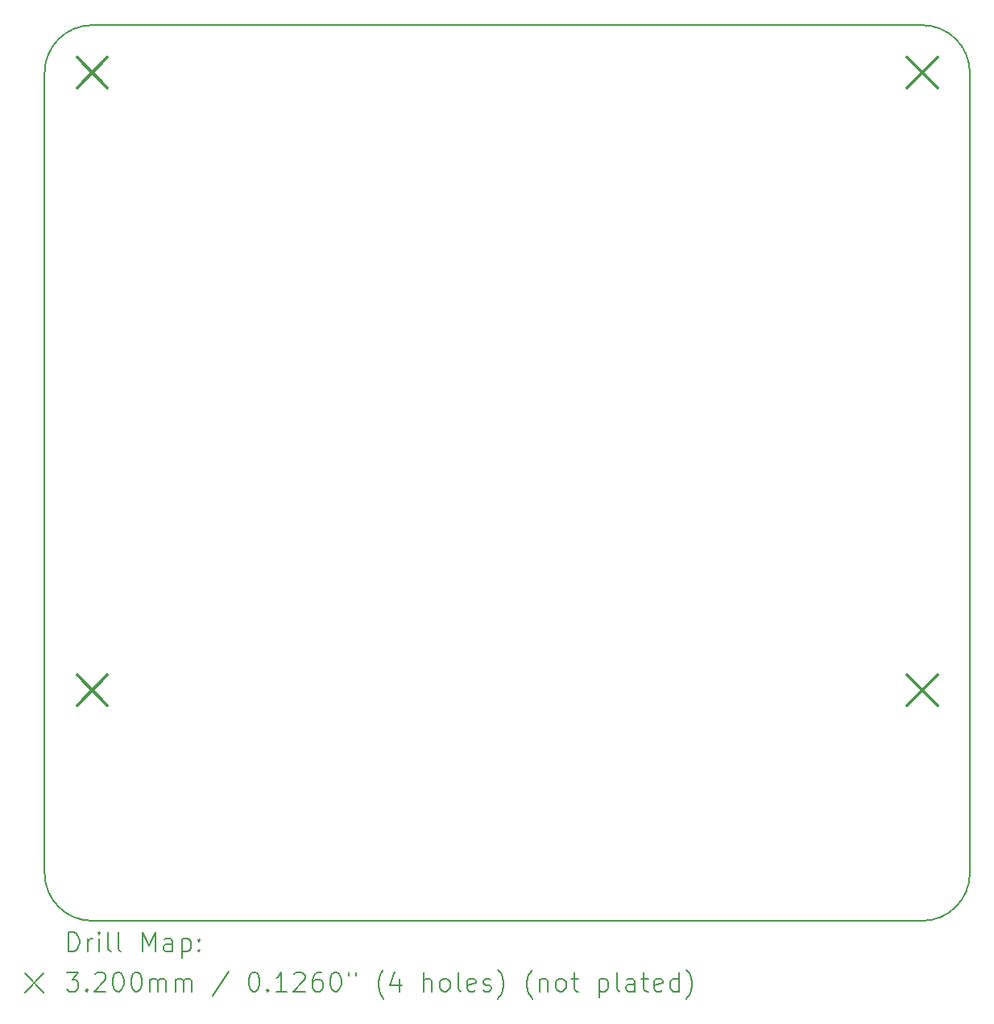
<source format=gbr>
%TF.GenerationSoftware,KiCad,Pcbnew,8.0.5*%
%TF.CreationDate,2024-12-25T22:13:42-08:00*%
%TF.ProjectId,ToastyReflowOvenPCB,546f6173-7479-4526-9566-6c6f774f7665,rev?*%
%TF.SameCoordinates,Original*%
%TF.FileFunction,Drillmap*%
%TF.FilePolarity,Positive*%
%FSLAX45Y45*%
G04 Gerber Fmt 4.5, Leading zero omitted, Abs format (unit mm)*
G04 Created by KiCad (PCBNEW 8.0.5) date 2024-12-25 22:13:42*
%MOMM*%
%LPD*%
G01*
G04 APERTURE LIST*
%ADD10C,0.200000*%
%ADD11C,0.320000*%
G04 APERTURE END LIST*
D10*
X18393799Y-13500000D02*
G75*
G02*
X17893900Y-14000000I-500000J0D01*
G01*
X9169000Y-14000000D02*
G75*
G02*
X8669000Y-13500000I0J500000D01*
G01*
X8669000Y-5095000D02*
G75*
G02*
X9169000Y-4595000I500000J0D01*
G01*
X17893900Y-4595000D02*
G75*
G02*
X18393900Y-5095000I0J-500000D01*
G01*
X9169000Y-14000000D02*
X17893900Y-14000000D01*
X8669000Y-5095000D02*
X8669000Y-13500000D01*
X17893900Y-4595000D02*
X9169000Y-4595000D01*
X18393900Y-5095000D02*
X18393900Y-13500000D01*
D11*
X9009000Y-4935000D02*
X9329000Y-5255000D01*
X9329000Y-4935000D02*
X9009000Y-5255000D01*
X9009000Y-11417080D02*
X9329000Y-11737080D01*
X9329000Y-11417080D02*
X9009000Y-11737080D01*
X17733900Y-4935000D02*
X18053900Y-5255000D01*
X18053900Y-4935000D02*
X17733900Y-5255000D01*
X17733900Y-11417080D02*
X18053900Y-11737080D01*
X18053900Y-11417080D02*
X17733900Y-11737080D01*
D10*
X8919777Y-14321484D02*
X8919777Y-14121484D01*
X8919777Y-14121484D02*
X8967396Y-14121484D01*
X8967396Y-14121484D02*
X8995967Y-14131008D01*
X8995967Y-14131008D02*
X9015015Y-14150055D01*
X9015015Y-14150055D02*
X9024539Y-14169103D01*
X9024539Y-14169103D02*
X9034063Y-14207198D01*
X9034063Y-14207198D02*
X9034063Y-14235769D01*
X9034063Y-14235769D02*
X9024539Y-14273865D01*
X9024539Y-14273865D02*
X9015015Y-14292912D01*
X9015015Y-14292912D02*
X8995967Y-14311960D01*
X8995967Y-14311960D02*
X8967396Y-14321484D01*
X8967396Y-14321484D02*
X8919777Y-14321484D01*
X9119777Y-14321484D02*
X9119777Y-14188150D01*
X9119777Y-14226246D02*
X9129301Y-14207198D01*
X9129301Y-14207198D02*
X9138824Y-14197674D01*
X9138824Y-14197674D02*
X9157872Y-14188150D01*
X9157872Y-14188150D02*
X9176920Y-14188150D01*
X9243586Y-14321484D02*
X9243586Y-14188150D01*
X9243586Y-14121484D02*
X9234063Y-14131008D01*
X9234063Y-14131008D02*
X9243586Y-14140531D01*
X9243586Y-14140531D02*
X9253110Y-14131008D01*
X9253110Y-14131008D02*
X9243586Y-14121484D01*
X9243586Y-14121484D02*
X9243586Y-14140531D01*
X9367396Y-14321484D02*
X9348348Y-14311960D01*
X9348348Y-14311960D02*
X9338824Y-14292912D01*
X9338824Y-14292912D02*
X9338824Y-14121484D01*
X9472158Y-14321484D02*
X9453110Y-14311960D01*
X9453110Y-14311960D02*
X9443586Y-14292912D01*
X9443586Y-14292912D02*
X9443586Y-14121484D01*
X9700729Y-14321484D02*
X9700729Y-14121484D01*
X9700729Y-14121484D02*
X9767396Y-14264341D01*
X9767396Y-14264341D02*
X9834063Y-14121484D01*
X9834063Y-14121484D02*
X9834063Y-14321484D01*
X10015015Y-14321484D02*
X10015015Y-14216722D01*
X10015015Y-14216722D02*
X10005491Y-14197674D01*
X10005491Y-14197674D02*
X9986444Y-14188150D01*
X9986444Y-14188150D02*
X9948348Y-14188150D01*
X9948348Y-14188150D02*
X9929301Y-14197674D01*
X10015015Y-14311960D02*
X9995967Y-14321484D01*
X9995967Y-14321484D02*
X9948348Y-14321484D01*
X9948348Y-14321484D02*
X9929301Y-14311960D01*
X9929301Y-14311960D02*
X9919777Y-14292912D01*
X9919777Y-14292912D02*
X9919777Y-14273865D01*
X9919777Y-14273865D02*
X9929301Y-14254817D01*
X9929301Y-14254817D02*
X9948348Y-14245293D01*
X9948348Y-14245293D02*
X9995967Y-14245293D01*
X9995967Y-14245293D02*
X10015015Y-14235769D01*
X10110253Y-14188150D02*
X10110253Y-14388150D01*
X10110253Y-14197674D02*
X10129301Y-14188150D01*
X10129301Y-14188150D02*
X10167396Y-14188150D01*
X10167396Y-14188150D02*
X10186444Y-14197674D01*
X10186444Y-14197674D02*
X10195967Y-14207198D01*
X10195967Y-14207198D02*
X10205491Y-14226246D01*
X10205491Y-14226246D02*
X10205491Y-14283388D01*
X10205491Y-14283388D02*
X10195967Y-14302436D01*
X10195967Y-14302436D02*
X10186444Y-14311960D01*
X10186444Y-14311960D02*
X10167396Y-14321484D01*
X10167396Y-14321484D02*
X10129301Y-14321484D01*
X10129301Y-14321484D02*
X10110253Y-14311960D01*
X10291205Y-14302436D02*
X10300729Y-14311960D01*
X10300729Y-14311960D02*
X10291205Y-14321484D01*
X10291205Y-14321484D02*
X10281682Y-14311960D01*
X10281682Y-14311960D02*
X10291205Y-14302436D01*
X10291205Y-14302436D02*
X10291205Y-14321484D01*
X10291205Y-14197674D02*
X10300729Y-14207198D01*
X10300729Y-14207198D02*
X10291205Y-14216722D01*
X10291205Y-14216722D02*
X10281682Y-14207198D01*
X10281682Y-14207198D02*
X10291205Y-14197674D01*
X10291205Y-14197674D02*
X10291205Y-14216722D01*
X8459000Y-14550000D02*
X8659000Y-14750000D01*
X8659000Y-14550000D02*
X8459000Y-14750000D01*
X8900729Y-14541484D02*
X9024539Y-14541484D01*
X9024539Y-14541484D02*
X8957872Y-14617674D01*
X8957872Y-14617674D02*
X8986444Y-14617674D01*
X8986444Y-14617674D02*
X9005491Y-14627198D01*
X9005491Y-14627198D02*
X9015015Y-14636722D01*
X9015015Y-14636722D02*
X9024539Y-14655769D01*
X9024539Y-14655769D02*
X9024539Y-14703388D01*
X9024539Y-14703388D02*
X9015015Y-14722436D01*
X9015015Y-14722436D02*
X9005491Y-14731960D01*
X9005491Y-14731960D02*
X8986444Y-14741484D01*
X8986444Y-14741484D02*
X8929301Y-14741484D01*
X8929301Y-14741484D02*
X8910253Y-14731960D01*
X8910253Y-14731960D02*
X8900729Y-14722436D01*
X9110253Y-14722436D02*
X9119777Y-14731960D01*
X9119777Y-14731960D02*
X9110253Y-14741484D01*
X9110253Y-14741484D02*
X9100729Y-14731960D01*
X9100729Y-14731960D02*
X9110253Y-14722436D01*
X9110253Y-14722436D02*
X9110253Y-14741484D01*
X9195967Y-14560531D02*
X9205491Y-14551008D01*
X9205491Y-14551008D02*
X9224539Y-14541484D01*
X9224539Y-14541484D02*
X9272158Y-14541484D01*
X9272158Y-14541484D02*
X9291205Y-14551008D01*
X9291205Y-14551008D02*
X9300729Y-14560531D01*
X9300729Y-14560531D02*
X9310253Y-14579579D01*
X9310253Y-14579579D02*
X9310253Y-14598627D01*
X9310253Y-14598627D02*
X9300729Y-14627198D01*
X9300729Y-14627198D02*
X9186444Y-14741484D01*
X9186444Y-14741484D02*
X9310253Y-14741484D01*
X9434063Y-14541484D02*
X9453110Y-14541484D01*
X9453110Y-14541484D02*
X9472158Y-14551008D01*
X9472158Y-14551008D02*
X9481682Y-14560531D01*
X9481682Y-14560531D02*
X9491205Y-14579579D01*
X9491205Y-14579579D02*
X9500729Y-14617674D01*
X9500729Y-14617674D02*
X9500729Y-14665293D01*
X9500729Y-14665293D02*
X9491205Y-14703388D01*
X9491205Y-14703388D02*
X9481682Y-14722436D01*
X9481682Y-14722436D02*
X9472158Y-14731960D01*
X9472158Y-14731960D02*
X9453110Y-14741484D01*
X9453110Y-14741484D02*
X9434063Y-14741484D01*
X9434063Y-14741484D02*
X9415015Y-14731960D01*
X9415015Y-14731960D02*
X9405491Y-14722436D01*
X9405491Y-14722436D02*
X9395967Y-14703388D01*
X9395967Y-14703388D02*
X9386444Y-14665293D01*
X9386444Y-14665293D02*
X9386444Y-14617674D01*
X9386444Y-14617674D02*
X9395967Y-14579579D01*
X9395967Y-14579579D02*
X9405491Y-14560531D01*
X9405491Y-14560531D02*
X9415015Y-14551008D01*
X9415015Y-14551008D02*
X9434063Y-14541484D01*
X9624539Y-14541484D02*
X9643586Y-14541484D01*
X9643586Y-14541484D02*
X9662634Y-14551008D01*
X9662634Y-14551008D02*
X9672158Y-14560531D01*
X9672158Y-14560531D02*
X9681682Y-14579579D01*
X9681682Y-14579579D02*
X9691205Y-14617674D01*
X9691205Y-14617674D02*
X9691205Y-14665293D01*
X9691205Y-14665293D02*
X9681682Y-14703388D01*
X9681682Y-14703388D02*
X9672158Y-14722436D01*
X9672158Y-14722436D02*
X9662634Y-14731960D01*
X9662634Y-14731960D02*
X9643586Y-14741484D01*
X9643586Y-14741484D02*
X9624539Y-14741484D01*
X9624539Y-14741484D02*
X9605491Y-14731960D01*
X9605491Y-14731960D02*
X9595967Y-14722436D01*
X9595967Y-14722436D02*
X9586444Y-14703388D01*
X9586444Y-14703388D02*
X9576920Y-14665293D01*
X9576920Y-14665293D02*
X9576920Y-14617674D01*
X9576920Y-14617674D02*
X9586444Y-14579579D01*
X9586444Y-14579579D02*
X9595967Y-14560531D01*
X9595967Y-14560531D02*
X9605491Y-14551008D01*
X9605491Y-14551008D02*
X9624539Y-14541484D01*
X9776920Y-14741484D02*
X9776920Y-14608150D01*
X9776920Y-14627198D02*
X9786444Y-14617674D01*
X9786444Y-14617674D02*
X9805491Y-14608150D01*
X9805491Y-14608150D02*
X9834063Y-14608150D01*
X9834063Y-14608150D02*
X9853110Y-14617674D01*
X9853110Y-14617674D02*
X9862634Y-14636722D01*
X9862634Y-14636722D02*
X9862634Y-14741484D01*
X9862634Y-14636722D02*
X9872158Y-14617674D01*
X9872158Y-14617674D02*
X9891205Y-14608150D01*
X9891205Y-14608150D02*
X9919777Y-14608150D01*
X9919777Y-14608150D02*
X9938825Y-14617674D01*
X9938825Y-14617674D02*
X9948348Y-14636722D01*
X9948348Y-14636722D02*
X9948348Y-14741484D01*
X10043586Y-14741484D02*
X10043586Y-14608150D01*
X10043586Y-14627198D02*
X10053110Y-14617674D01*
X10053110Y-14617674D02*
X10072158Y-14608150D01*
X10072158Y-14608150D02*
X10100729Y-14608150D01*
X10100729Y-14608150D02*
X10119777Y-14617674D01*
X10119777Y-14617674D02*
X10129301Y-14636722D01*
X10129301Y-14636722D02*
X10129301Y-14741484D01*
X10129301Y-14636722D02*
X10138825Y-14617674D01*
X10138825Y-14617674D02*
X10157872Y-14608150D01*
X10157872Y-14608150D02*
X10186444Y-14608150D01*
X10186444Y-14608150D02*
X10205491Y-14617674D01*
X10205491Y-14617674D02*
X10215015Y-14636722D01*
X10215015Y-14636722D02*
X10215015Y-14741484D01*
X10605491Y-14531960D02*
X10434063Y-14789103D01*
X10862634Y-14541484D02*
X10881682Y-14541484D01*
X10881682Y-14541484D02*
X10900729Y-14551008D01*
X10900729Y-14551008D02*
X10910253Y-14560531D01*
X10910253Y-14560531D02*
X10919777Y-14579579D01*
X10919777Y-14579579D02*
X10929301Y-14617674D01*
X10929301Y-14617674D02*
X10929301Y-14665293D01*
X10929301Y-14665293D02*
X10919777Y-14703388D01*
X10919777Y-14703388D02*
X10910253Y-14722436D01*
X10910253Y-14722436D02*
X10900729Y-14731960D01*
X10900729Y-14731960D02*
X10881682Y-14741484D01*
X10881682Y-14741484D02*
X10862634Y-14741484D01*
X10862634Y-14741484D02*
X10843587Y-14731960D01*
X10843587Y-14731960D02*
X10834063Y-14722436D01*
X10834063Y-14722436D02*
X10824539Y-14703388D01*
X10824539Y-14703388D02*
X10815015Y-14665293D01*
X10815015Y-14665293D02*
X10815015Y-14617674D01*
X10815015Y-14617674D02*
X10824539Y-14579579D01*
X10824539Y-14579579D02*
X10834063Y-14560531D01*
X10834063Y-14560531D02*
X10843587Y-14551008D01*
X10843587Y-14551008D02*
X10862634Y-14541484D01*
X11015015Y-14722436D02*
X11024539Y-14731960D01*
X11024539Y-14731960D02*
X11015015Y-14741484D01*
X11015015Y-14741484D02*
X11005491Y-14731960D01*
X11005491Y-14731960D02*
X11015015Y-14722436D01*
X11015015Y-14722436D02*
X11015015Y-14741484D01*
X11215015Y-14741484D02*
X11100729Y-14741484D01*
X11157872Y-14741484D02*
X11157872Y-14541484D01*
X11157872Y-14541484D02*
X11138825Y-14570055D01*
X11138825Y-14570055D02*
X11119777Y-14589103D01*
X11119777Y-14589103D02*
X11100729Y-14598627D01*
X11291206Y-14560531D02*
X11300729Y-14551008D01*
X11300729Y-14551008D02*
X11319777Y-14541484D01*
X11319777Y-14541484D02*
X11367396Y-14541484D01*
X11367396Y-14541484D02*
X11386444Y-14551008D01*
X11386444Y-14551008D02*
X11395967Y-14560531D01*
X11395967Y-14560531D02*
X11405491Y-14579579D01*
X11405491Y-14579579D02*
X11405491Y-14598627D01*
X11405491Y-14598627D02*
X11395967Y-14627198D01*
X11395967Y-14627198D02*
X11281682Y-14741484D01*
X11281682Y-14741484D02*
X11405491Y-14741484D01*
X11576920Y-14541484D02*
X11538825Y-14541484D01*
X11538825Y-14541484D02*
X11519777Y-14551008D01*
X11519777Y-14551008D02*
X11510253Y-14560531D01*
X11510253Y-14560531D02*
X11491206Y-14589103D01*
X11491206Y-14589103D02*
X11481682Y-14627198D01*
X11481682Y-14627198D02*
X11481682Y-14703388D01*
X11481682Y-14703388D02*
X11491206Y-14722436D01*
X11491206Y-14722436D02*
X11500729Y-14731960D01*
X11500729Y-14731960D02*
X11519777Y-14741484D01*
X11519777Y-14741484D02*
X11557872Y-14741484D01*
X11557872Y-14741484D02*
X11576920Y-14731960D01*
X11576920Y-14731960D02*
X11586444Y-14722436D01*
X11586444Y-14722436D02*
X11595967Y-14703388D01*
X11595967Y-14703388D02*
X11595967Y-14655769D01*
X11595967Y-14655769D02*
X11586444Y-14636722D01*
X11586444Y-14636722D02*
X11576920Y-14627198D01*
X11576920Y-14627198D02*
X11557872Y-14617674D01*
X11557872Y-14617674D02*
X11519777Y-14617674D01*
X11519777Y-14617674D02*
X11500729Y-14627198D01*
X11500729Y-14627198D02*
X11491206Y-14636722D01*
X11491206Y-14636722D02*
X11481682Y-14655769D01*
X11719777Y-14541484D02*
X11738825Y-14541484D01*
X11738825Y-14541484D02*
X11757872Y-14551008D01*
X11757872Y-14551008D02*
X11767396Y-14560531D01*
X11767396Y-14560531D02*
X11776920Y-14579579D01*
X11776920Y-14579579D02*
X11786444Y-14617674D01*
X11786444Y-14617674D02*
X11786444Y-14665293D01*
X11786444Y-14665293D02*
X11776920Y-14703388D01*
X11776920Y-14703388D02*
X11767396Y-14722436D01*
X11767396Y-14722436D02*
X11757872Y-14731960D01*
X11757872Y-14731960D02*
X11738825Y-14741484D01*
X11738825Y-14741484D02*
X11719777Y-14741484D01*
X11719777Y-14741484D02*
X11700729Y-14731960D01*
X11700729Y-14731960D02*
X11691206Y-14722436D01*
X11691206Y-14722436D02*
X11681682Y-14703388D01*
X11681682Y-14703388D02*
X11672158Y-14665293D01*
X11672158Y-14665293D02*
X11672158Y-14617674D01*
X11672158Y-14617674D02*
X11681682Y-14579579D01*
X11681682Y-14579579D02*
X11691206Y-14560531D01*
X11691206Y-14560531D02*
X11700729Y-14551008D01*
X11700729Y-14551008D02*
X11719777Y-14541484D01*
X11862634Y-14541484D02*
X11862634Y-14579579D01*
X11938825Y-14541484D02*
X11938825Y-14579579D01*
X12234063Y-14817674D02*
X12224539Y-14808150D01*
X12224539Y-14808150D02*
X12205491Y-14779579D01*
X12205491Y-14779579D02*
X12195968Y-14760531D01*
X12195968Y-14760531D02*
X12186444Y-14731960D01*
X12186444Y-14731960D02*
X12176920Y-14684341D01*
X12176920Y-14684341D02*
X12176920Y-14646246D01*
X12176920Y-14646246D02*
X12186444Y-14598627D01*
X12186444Y-14598627D02*
X12195968Y-14570055D01*
X12195968Y-14570055D02*
X12205491Y-14551008D01*
X12205491Y-14551008D02*
X12224539Y-14522436D01*
X12224539Y-14522436D02*
X12234063Y-14512912D01*
X12395968Y-14608150D02*
X12395968Y-14741484D01*
X12348348Y-14531960D02*
X12300729Y-14674817D01*
X12300729Y-14674817D02*
X12424539Y-14674817D01*
X12653110Y-14741484D02*
X12653110Y-14541484D01*
X12738825Y-14741484D02*
X12738825Y-14636722D01*
X12738825Y-14636722D02*
X12729301Y-14617674D01*
X12729301Y-14617674D02*
X12710253Y-14608150D01*
X12710253Y-14608150D02*
X12681682Y-14608150D01*
X12681682Y-14608150D02*
X12662634Y-14617674D01*
X12662634Y-14617674D02*
X12653110Y-14627198D01*
X12862634Y-14741484D02*
X12843587Y-14731960D01*
X12843587Y-14731960D02*
X12834063Y-14722436D01*
X12834063Y-14722436D02*
X12824539Y-14703388D01*
X12824539Y-14703388D02*
X12824539Y-14646246D01*
X12824539Y-14646246D02*
X12834063Y-14627198D01*
X12834063Y-14627198D02*
X12843587Y-14617674D01*
X12843587Y-14617674D02*
X12862634Y-14608150D01*
X12862634Y-14608150D02*
X12891206Y-14608150D01*
X12891206Y-14608150D02*
X12910253Y-14617674D01*
X12910253Y-14617674D02*
X12919777Y-14627198D01*
X12919777Y-14627198D02*
X12929301Y-14646246D01*
X12929301Y-14646246D02*
X12929301Y-14703388D01*
X12929301Y-14703388D02*
X12919777Y-14722436D01*
X12919777Y-14722436D02*
X12910253Y-14731960D01*
X12910253Y-14731960D02*
X12891206Y-14741484D01*
X12891206Y-14741484D02*
X12862634Y-14741484D01*
X13043587Y-14741484D02*
X13024539Y-14731960D01*
X13024539Y-14731960D02*
X13015015Y-14712912D01*
X13015015Y-14712912D02*
X13015015Y-14541484D01*
X13195968Y-14731960D02*
X13176920Y-14741484D01*
X13176920Y-14741484D02*
X13138825Y-14741484D01*
X13138825Y-14741484D02*
X13119777Y-14731960D01*
X13119777Y-14731960D02*
X13110253Y-14712912D01*
X13110253Y-14712912D02*
X13110253Y-14636722D01*
X13110253Y-14636722D02*
X13119777Y-14617674D01*
X13119777Y-14617674D02*
X13138825Y-14608150D01*
X13138825Y-14608150D02*
X13176920Y-14608150D01*
X13176920Y-14608150D02*
X13195968Y-14617674D01*
X13195968Y-14617674D02*
X13205491Y-14636722D01*
X13205491Y-14636722D02*
X13205491Y-14655769D01*
X13205491Y-14655769D02*
X13110253Y-14674817D01*
X13281682Y-14731960D02*
X13300730Y-14741484D01*
X13300730Y-14741484D02*
X13338825Y-14741484D01*
X13338825Y-14741484D02*
X13357872Y-14731960D01*
X13357872Y-14731960D02*
X13367396Y-14712912D01*
X13367396Y-14712912D02*
X13367396Y-14703388D01*
X13367396Y-14703388D02*
X13357872Y-14684341D01*
X13357872Y-14684341D02*
X13338825Y-14674817D01*
X13338825Y-14674817D02*
X13310253Y-14674817D01*
X13310253Y-14674817D02*
X13291206Y-14665293D01*
X13291206Y-14665293D02*
X13281682Y-14646246D01*
X13281682Y-14646246D02*
X13281682Y-14636722D01*
X13281682Y-14636722D02*
X13291206Y-14617674D01*
X13291206Y-14617674D02*
X13310253Y-14608150D01*
X13310253Y-14608150D02*
X13338825Y-14608150D01*
X13338825Y-14608150D02*
X13357872Y-14617674D01*
X13434063Y-14817674D02*
X13443587Y-14808150D01*
X13443587Y-14808150D02*
X13462634Y-14779579D01*
X13462634Y-14779579D02*
X13472158Y-14760531D01*
X13472158Y-14760531D02*
X13481682Y-14731960D01*
X13481682Y-14731960D02*
X13491206Y-14684341D01*
X13491206Y-14684341D02*
X13491206Y-14646246D01*
X13491206Y-14646246D02*
X13481682Y-14598627D01*
X13481682Y-14598627D02*
X13472158Y-14570055D01*
X13472158Y-14570055D02*
X13462634Y-14551008D01*
X13462634Y-14551008D02*
X13443587Y-14522436D01*
X13443587Y-14522436D02*
X13434063Y-14512912D01*
X13795968Y-14817674D02*
X13786444Y-14808150D01*
X13786444Y-14808150D02*
X13767396Y-14779579D01*
X13767396Y-14779579D02*
X13757872Y-14760531D01*
X13757872Y-14760531D02*
X13748349Y-14731960D01*
X13748349Y-14731960D02*
X13738825Y-14684341D01*
X13738825Y-14684341D02*
X13738825Y-14646246D01*
X13738825Y-14646246D02*
X13748349Y-14598627D01*
X13748349Y-14598627D02*
X13757872Y-14570055D01*
X13757872Y-14570055D02*
X13767396Y-14551008D01*
X13767396Y-14551008D02*
X13786444Y-14522436D01*
X13786444Y-14522436D02*
X13795968Y-14512912D01*
X13872158Y-14608150D02*
X13872158Y-14741484D01*
X13872158Y-14627198D02*
X13881682Y-14617674D01*
X13881682Y-14617674D02*
X13900730Y-14608150D01*
X13900730Y-14608150D02*
X13929301Y-14608150D01*
X13929301Y-14608150D02*
X13948349Y-14617674D01*
X13948349Y-14617674D02*
X13957872Y-14636722D01*
X13957872Y-14636722D02*
X13957872Y-14741484D01*
X14081682Y-14741484D02*
X14062634Y-14731960D01*
X14062634Y-14731960D02*
X14053111Y-14722436D01*
X14053111Y-14722436D02*
X14043587Y-14703388D01*
X14043587Y-14703388D02*
X14043587Y-14646246D01*
X14043587Y-14646246D02*
X14053111Y-14627198D01*
X14053111Y-14627198D02*
X14062634Y-14617674D01*
X14062634Y-14617674D02*
X14081682Y-14608150D01*
X14081682Y-14608150D02*
X14110253Y-14608150D01*
X14110253Y-14608150D02*
X14129301Y-14617674D01*
X14129301Y-14617674D02*
X14138825Y-14627198D01*
X14138825Y-14627198D02*
X14148349Y-14646246D01*
X14148349Y-14646246D02*
X14148349Y-14703388D01*
X14148349Y-14703388D02*
X14138825Y-14722436D01*
X14138825Y-14722436D02*
X14129301Y-14731960D01*
X14129301Y-14731960D02*
X14110253Y-14741484D01*
X14110253Y-14741484D02*
X14081682Y-14741484D01*
X14205492Y-14608150D02*
X14281682Y-14608150D01*
X14234063Y-14541484D02*
X14234063Y-14712912D01*
X14234063Y-14712912D02*
X14243587Y-14731960D01*
X14243587Y-14731960D02*
X14262634Y-14741484D01*
X14262634Y-14741484D02*
X14281682Y-14741484D01*
X14500730Y-14608150D02*
X14500730Y-14808150D01*
X14500730Y-14617674D02*
X14519777Y-14608150D01*
X14519777Y-14608150D02*
X14557873Y-14608150D01*
X14557873Y-14608150D02*
X14576920Y-14617674D01*
X14576920Y-14617674D02*
X14586444Y-14627198D01*
X14586444Y-14627198D02*
X14595968Y-14646246D01*
X14595968Y-14646246D02*
X14595968Y-14703388D01*
X14595968Y-14703388D02*
X14586444Y-14722436D01*
X14586444Y-14722436D02*
X14576920Y-14731960D01*
X14576920Y-14731960D02*
X14557873Y-14741484D01*
X14557873Y-14741484D02*
X14519777Y-14741484D01*
X14519777Y-14741484D02*
X14500730Y-14731960D01*
X14710253Y-14741484D02*
X14691206Y-14731960D01*
X14691206Y-14731960D02*
X14681682Y-14712912D01*
X14681682Y-14712912D02*
X14681682Y-14541484D01*
X14872158Y-14741484D02*
X14872158Y-14636722D01*
X14872158Y-14636722D02*
X14862634Y-14617674D01*
X14862634Y-14617674D02*
X14843587Y-14608150D01*
X14843587Y-14608150D02*
X14805492Y-14608150D01*
X14805492Y-14608150D02*
X14786444Y-14617674D01*
X14872158Y-14731960D02*
X14853111Y-14741484D01*
X14853111Y-14741484D02*
X14805492Y-14741484D01*
X14805492Y-14741484D02*
X14786444Y-14731960D01*
X14786444Y-14731960D02*
X14776920Y-14712912D01*
X14776920Y-14712912D02*
X14776920Y-14693865D01*
X14776920Y-14693865D02*
X14786444Y-14674817D01*
X14786444Y-14674817D02*
X14805492Y-14665293D01*
X14805492Y-14665293D02*
X14853111Y-14665293D01*
X14853111Y-14665293D02*
X14872158Y-14655769D01*
X14938825Y-14608150D02*
X15015015Y-14608150D01*
X14967396Y-14541484D02*
X14967396Y-14712912D01*
X14967396Y-14712912D02*
X14976920Y-14731960D01*
X14976920Y-14731960D02*
X14995968Y-14741484D01*
X14995968Y-14741484D02*
X15015015Y-14741484D01*
X15157873Y-14731960D02*
X15138825Y-14741484D01*
X15138825Y-14741484D02*
X15100730Y-14741484D01*
X15100730Y-14741484D02*
X15081682Y-14731960D01*
X15081682Y-14731960D02*
X15072158Y-14712912D01*
X15072158Y-14712912D02*
X15072158Y-14636722D01*
X15072158Y-14636722D02*
X15081682Y-14617674D01*
X15081682Y-14617674D02*
X15100730Y-14608150D01*
X15100730Y-14608150D02*
X15138825Y-14608150D01*
X15138825Y-14608150D02*
X15157873Y-14617674D01*
X15157873Y-14617674D02*
X15167396Y-14636722D01*
X15167396Y-14636722D02*
X15167396Y-14655769D01*
X15167396Y-14655769D02*
X15072158Y-14674817D01*
X15338825Y-14741484D02*
X15338825Y-14541484D01*
X15338825Y-14731960D02*
X15319777Y-14741484D01*
X15319777Y-14741484D02*
X15281682Y-14741484D01*
X15281682Y-14741484D02*
X15262634Y-14731960D01*
X15262634Y-14731960D02*
X15253111Y-14722436D01*
X15253111Y-14722436D02*
X15243587Y-14703388D01*
X15243587Y-14703388D02*
X15243587Y-14646246D01*
X15243587Y-14646246D02*
X15253111Y-14627198D01*
X15253111Y-14627198D02*
X15262634Y-14617674D01*
X15262634Y-14617674D02*
X15281682Y-14608150D01*
X15281682Y-14608150D02*
X15319777Y-14608150D01*
X15319777Y-14608150D02*
X15338825Y-14617674D01*
X15415015Y-14817674D02*
X15424539Y-14808150D01*
X15424539Y-14808150D02*
X15443587Y-14779579D01*
X15443587Y-14779579D02*
X15453111Y-14760531D01*
X15453111Y-14760531D02*
X15462634Y-14731960D01*
X15462634Y-14731960D02*
X15472158Y-14684341D01*
X15472158Y-14684341D02*
X15472158Y-14646246D01*
X15472158Y-14646246D02*
X15462634Y-14598627D01*
X15462634Y-14598627D02*
X15453111Y-14570055D01*
X15453111Y-14570055D02*
X15443587Y-14551008D01*
X15443587Y-14551008D02*
X15424539Y-14522436D01*
X15424539Y-14522436D02*
X15415015Y-14512912D01*
M02*

</source>
